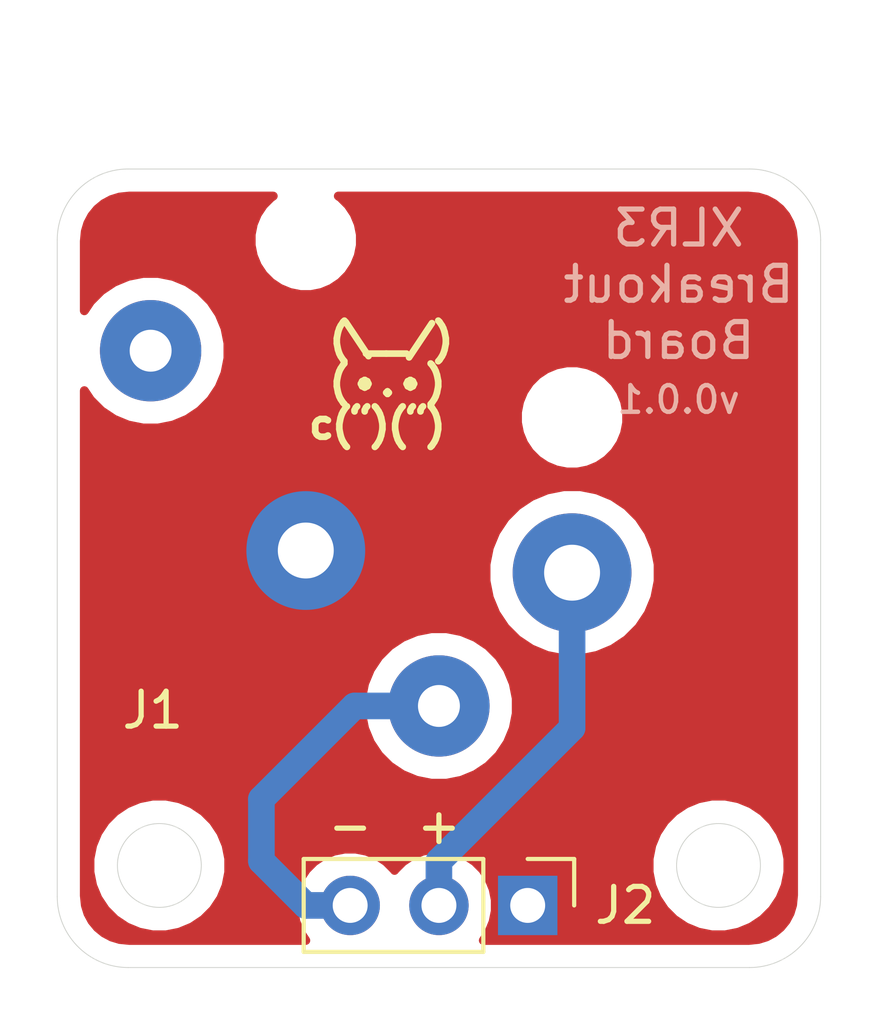
<source format=kicad_pcb>
(kicad_pcb (version 20171130) (host pcbnew "(5.1.12-1-10_14)")

  (general
    (thickness 1.6)
    (drawings 15)
    (tracks 8)
    (zones 0)
    (modules 2)
    (nets 4)
  )

  (page A4)
  (title_block
    (title "XLR Breakout Board")
    (date 2021-12-10)
    (rev 0.0.1)
    (company NH)
    (comment 2 https://creativecommons.org/licenses/by/4.0/)
    (comment 3 "License: CC BY 4.0")
    (comment 4 "Author: Hieu Minh Nguyen")
  )

  (layers
    (0 F.Cu signal)
    (31 B.Cu signal)
    (32 B.Adhes user)
    (33 F.Adhes user)
    (34 B.Paste user)
    (35 F.Paste user)
    (36 B.SilkS user)
    (37 F.SilkS user)
    (38 B.Mask user)
    (39 F.Mask user)
    (40 Dwgs.User user)
    (41 Cmts.User user)
    (42 Eco1.User user)
    (43 Eco2.User user)
    (44 Edge.Cuts user)
    (45 Margin user)
    (46 B.CrtYd user)
    (47 F.CrtYd user)
    (48 B.Fab user)
    (49 F.Fab user)
  )

  (setup
    (last_trace_width 0.1524)
    (user_trace_width 0.1524)
    (user_trace_width 0.254)
    (user_trace_width 0.508)
    (user_trace_width 0.762)
    (user_trace_width 1.27)
    (user_trace_width 2.54)
    (trace_clearance 0.1524)
    (zone_clearance 0.635)
    (zone_45_only no)
    (trace_min 0.1524)
    (via_size 0.508)
    (via_drill 0.254)
    (via_min_size 0.508)
    (via_min_drill 0.254)
    (user_via 0.508 0.254)
    (user_via 0.6858 0.3302)
    (uvia_size 0.508)
    (uvia_drill 0.254)
    (uvias_allowed no)
    (uvia_min_size 0.508)
    (uvia_min_drill 0.254)
    (edge_width 0.05)
    (segment_width 0.2)
    (pcb_text_width 0.3)
    (pcb_text_size 1.5 1.5)
    (mod_edge_width 0.12)
    (mod_text_size 1 1)
    (mod_text_width 0.15)
    (pad_size 1.524 1.524)
    (pad_drill 0.762)
    (pad_to_mask_clearance 0.0508)
    (aux_axis_origin 0 0)
    (visible_elements FFFFFF7F)
    (pcbplotparams
      (layerselection 0x010f0_ffffffff)
      (usegerberextensions true)
      (usegerberattributes true)
      (usegerberadvancedattributes true)
      (creategerberjobfile true)
      (excludeedgelayer true)
      (linewidth 0.100000)
      (plotframeref false)
      (viasonmask false)
      (mode 1)
      (useauxorigin false)
      (hpglpennumber 1)
      (hpglpenspeed 20)
      (hpglpendiameter 15.000000)
      (psnegative false)
      (psa4output false)
      (plotreference true)
      (plotvalue true)
      (plotinvisibletext false)
      (padsonsilk false)
      (subtractmaskfromsilk false)
      (outputformat 1)
      (mirror false)
      (drillshape 0)
      (scaleselection 1)
      (outputdirectory "gerbers/"))
  )

  (net 0 "")
  (net 1 "Net-(J1-Pad1)")
  (net 2 /XLR-)
  (net 3 /XLR+)

  (net_class Default "This is the default net class."
    (clearance 0.1524)
    (trace_width 0.1524)
    (via_dia 0.508)
    (via_drill 0.254)
    (uvia_dia 0.508)
    (uvia_drill 0.254)
    (diff_pair_width 0.1524)
    (diff_pair_gap 0.1524)
    (add_net /XLR+)
    (add_net /XLR-)
    (add_net "Net-(J1-Pad1)")
  )

  (module xlr_breakout_board:Jack_XLR_Amphenol_AC3FAHL-AU-PRE (layer F.Cu) (tedit 61B30392) (tstamp 61B35623)
    (at 0 -22.86)
    (descr "Includes an extra pad for compatibility with Neutrik NC3FAAH2-0 and related parts")
    (path /61B30B59)
    (fp_text reference J1 (at -9.144 17.272) (layer F.SilkS)
      (effects (font (size 1 1) (thickness 0.15)) (justify left))
    )
    (fp_text value XLR3_Amphenol_AC3FAHL (at 11.4 19.4 90) (layer F.Fab)
      (effects (font (size 1 1) (thickness 0.15)) (justify left))
    )
    (fp_line (start -9.9 -2.7) (end -9.9 0) (layer F.Fab) (width 0.12))
    (fp_line (start 9.9 -2.7) (end 9.9 0) (layer F.Fab) (width 0.12))
    (fp_line (start -9.9 -2.7) (end 9.9 -2.7) (layer F.Fab) (width 0.12))
    (fp_line (start -12.5 19.5) (end -12.5 0) (layer F.Fab) (width 0.12))
    (fp_line (start 12.5 19.5) (end -12.5 19.5) (layer F.Fab) (width 0.12))
    (fp_line (start 12.5 0) (end 12.5 19.5) (layer F.Fab) (width 0.12))
    (fp_line (start -12.5 0) (end 12.5 0) (layer F.Fab) (width 0.12))
    (fp_line (start -12.5 19.5) (end -12.5 -3) (layer F.CrtYd) (width 0.12))
    (fp_line (start -12.5 -3) (end 12.5 -3) (layer F.CrtYd) (width 0.12))
    (fp_line (start 12.5 -3) (end 12.5 19.5) (layer F.CrtYd) (width 0.12))
    (fp_line (start 12.5 19.5) (end -12.5 19.5) (layer F.CrtYd) (width 0.12))
    (fp_text user %R (at 0 7) (layer F.Fab)
      (effects (font (size 1 1) (thickness 0.15)))
    )
    (pad "" np_thru_hole circle (at 3.81 8.89) (size 1.6 1.6) (drill 1.6) (layers *.Cu *.Mask))
    (pad "" np_thru_hole circle (at -3.81 3.81) (size 1.6 1.6) (drill 1.6) (layers *.Cu *.Mask))
    (pad G thru_hole circle (at -8.25 6.98) (size 2.9 2.9) (drill 1.2) (layers *.Cu *.Mask))
    (pad 3 thru_hole circle (at 0 17.15) (size 2.9 2.9) (drill 1.2) (layers *.Cu *.Mask)
      (net 2 /XLR-))
    (pad 2 thru_hole circle (at 3.81 13.335) (size 3.4 3.4) (drill 1.6) (layers *.Cu *.Mask)
      (net 3 /XLR+))
    (pad 1 thru_hole circle (at -3.81 12.7) (size 3.4 3.4) (drill 1.6) (layers *.Cu *.Mask)
      (net 1 "Net-(J1-Pad1)"))
    (model ${KIPRJMOD}/docs/amphenol_AC3FAHL-AU-PRE.stp
      (offset (xyz 0 0 12.5))
      (scale (xyz 1 1 1))
      (rotate (xyz 180 0 180))
    )
  )

  (module Connector_PinHeader_2.54mm:PinHeader_1x03_P2.54mm_Vertical (layer F.Cu) (tedit 59FED5CC) (tstamp 61B34DE9)
    (at 2.54 0 270)
    (descr "Through hole straight pin header, 1x03, 2.54mm pitch, single row")
    (tags "Through hole pin header THT 1x03 2.54mm single row")
    (path /61B319D6)
    (fp_text reference J2 (at 0 -2.794) (layer F.SilkS)
      (effects (font (size 1 1) (thickness 0.15)))
    )
    (fp_text value Conn_01x03_Male (at 2.54 2.54) (layer F.Fab)
      (effects (font (size 1 1) (thickness 0.15)))
    )
    (fp_line (start -0.635 -1.27) (end 1.27 -1.27) (layer F.Fab) (width 0.1))
    (fp_line (start 1.27 -1.27) (end 1.27 6.35) (layer F.Fab) (width 0.1))
    (fp_line (start 1.27 6.35) (end -1.27 6.35) (layer F.Fab) (width 0.1))
    (fp_line (start -1.27 6.35) (end -1.27 -0.635) (layer F.Fab) (width 0.1))
    (fp_line (start -1.27 -0.635) (end -0.635 -1.27) (layer F.Fab) (width 0.1))
    (fp_line (start -1.33 6.41) (end 1.33 6.41) (layer F.SilkS) (width 0.12))
    (fp_line (start -1.33 1.27) (end -1.33 6.41) (layer F.SilkS) (width 0.12))
    (fp_line (start 1.33 1.27) (end 1.33 6.41) (layer F.SilkS) (width 0.12))
    (fp_line (start -1.33 1.27) (end 1.33 1.27) (layer F.SilkS) (width 0.12))
    (fp_line (start -1.33 0) (end -1.33 -1.33) (layer F.SilkS) (width 0.12))
    (fp_line (start -1.33 -1.33) (end 0 -1.33) (layer F.SilkS) (width 0.12))
    (fp_line (start -1.8 -1.8) (end -1.8 6.85) (layer F.CrtYd) (width 0.05))
    (fp_line (start -1.8 6.85) (end 1.8 6.85) (layer F.CrtYd) (width 0.05))
    (fp_line (start 1.8 6.85) (end 1.8 -1.8) (layer F.CrtYd) (width 0.05))
    (fp_line (start 1.8 -1.8) (end -1.8 -1.8) (layer F.CrtYd) (width 0.05))
    (fp_text user %R (at 0 2.54 180) (layer F.Fab)
      (effects (font (size 1 1) (thickness 0.15)))
    )
    (pad 3 thru_hole oval (at 0 5.08 270) (size 1.7 1.7) (drill 1) (layers *.Cu *.Mask)
      (net 2 /XLR-))
    (pad 2 thru_hole oval (at 0 2.54 270) (size 1.7 1.7) (drill 1) (layers *.Cu *.Mask)
      (net 3 /XLR+))
    (pad 1 thru_hole rect (at 0 0 270) (size 1.7 1.7) (drill 1) (layers *.Cu *.Mask)
      (net 1 "Net-(J1-Pad1)"))
    (model ${KISYS3DMOD}/Connector_PinHeader_2.54mm.3dshapes/PinHeader_1x03_P2.54mm_Vertical.wrl
      (at (xyz 0 0 0))
      (scale (xyz 1 1 1))
      (rotate (xyz 0 0 0))
    )
  )

  (gr_text " (\\__/)\n (•.•)  \nc(“)(“) " (at -3.81 -14.986) (layer F.SilkS)
    (effects (font (size 0.762 0.762) (thickness 0.1905)) (justify left))
  )
  (gr_text - (at -2.54 -2.286) (layer F.SilkS)
    (effects (font (size 1 1) (thickness 0.15)))
  )
  (gr_text + (at 0 -2.286) (layer F.SilkS)
    (effects (font (size 1 1) (thickness 0.15)))
  )
  (gr_text v0.0.1 (at 6.858 -14.478) (layer B.SilkS)
    (effects (font (size 0.762 0.762) (thickness 0.127)) (justify mirror))
  )
  (gr_text "XLR3\nBreakout\nBoard" (at 6.858 -17.78) (layer B.SilkS)
    (effects (font (size 1 1) (thickness 0.15)) (justify mirror))
  )
  (gr_circle (center -8 -1.144) (end -6.8 -1.144) (layer Edge.Cuts) (width 0.0254) (tstamp 61B35CA0))
  (gr_circle (center 8 -1.144) (end 9.2 -1.144) (layer Edge.Cuts) (width 0.0254))
  (gr_arc (start -8.89 -0.254) (end -10.922 -0.254) (angle -90) (layer Edge.Cuts) (width 0.0254))
  (gr_arc (start -8.89 -19.05) (end -8.89 -21.082) (angle -90) (layer Edge.Cuts) (width 0.0254))
  (gr_arc (start 8.89 -19.05) (end 10.922 -19.05) (angle -90) (layer Edge.Cuts) (width 0.0254))
  (gr_arc (start 8.89 -0.254) (end 8.89 1.778) (angle -90) (layer Edge.Cuts) (width 0.0254))
  (gr_line (start 10.922 -19.05) (end 10.922 -0.254) (layer Edge.Cuts) (width 0.0254))
  (gr_line (start -8.89 -21.082) (end 8.89 -21.082) (layer Edge.Cuts) (width 0.0254))
  (gr_line (start -10.922 -0.254) (end -10.922 -19.05) (layer Edge.Cuts) (width 0.0254))
  (gr_line (start -8.89 1.778) (end 8.89 1.778) (layer Edge.Cuts) (width 0.0254))

  (segment (start -5.08 -3.048) (end -2.418 -5.71) (width 0.762) (layer B.Cu) (net 2))
  (segment (start -2.418 -5.71) (end 0 -5.71) (width 0.762) (layer B.Cu) (net 2))
  (segment (start -5.08 -1.27) (end -5.08 -3.048) (width 0.762) (layer B.Cu) (net 2))
  (segment (start -3.81 0) (end -5.08 -1.27) (width 0.762) (layer B.Cu) (net 2))
  (segment (start -2.54 0) (end -3.81 0) (width 0.762) (layer B.Cu) (net 2))
  (segment (start 0 -1.27) (end 3.81 -5.08) (width 0.762) (layer B.Cu) (net 3))
  (segment (start 3.81 -5.08) (end 3.81 -9.525) (width 0.762) (layer B.Cu) (net 3))
  (segment (start 0 0) (end 0 -1.27) (width 0.762) (layer B.Cu) (net 3))

  (zone (net 1) (net_name "Net-(J1-Pad1)") (layer F.Cu) (tstamp 61B36385) (hatch edge 0.508)
    (connect_pads yes (clearance 0.635))
    (min_thickness 0.254)
    (fill yes (arc_segments 32) (thermal_gap 0.635) (thermal_bridge_width 0.635))
    (polygon
      (pts
        (xy 11.684 2.286) (xy -11.43 2.286) (xy -11.43 -21.59) (xy 11.684 -21.59)
      )
    )
    (filled_polygon
      (pts
        (xy -4.805717 -20.263285) (xy -5.023285 -20.045717) (xy -5.194227 -19.789885) (xy -5.311973 -19.505619) (xy -5.372 -19.203844)
        (xy -5.372 -18.896156) (xy -5.311973 -18.594381) (xy -5.194227 -18.310115) (xy -5.023285 -18.054283) (xy -4.805717 -17.836715)
        (xy -4.549885 -17.665773) (xy -4.265619 -17.548027) (xy -3.963844 -17.488) (xy -3.656156 -17.488) (xy -3.354381 -17.548027)
        (xy -3.070115 -17.665773) (xy -2.814283 -17.836715) (xy -2.596715 -18.054283) (xy -2.425773 -18.310115) (xy -2.308027 -18.594381)
        (xy -2.248 -18.896156) (xy -2.248 -19.203844) (xy -2.308027 -19.505619) (xy -2.425773 -19.789885) (xy -2.596715 -20.045717)
        (xy -2.814283 -20.263285) (xy -2.880156 -20.3073) (xy 8.852108 -20.3073) (xy 9.133489 -20.27971) (xy 9.367707 -20.208996)
        (xy 9.583721 -20.094139) (xy 9.773322 -19.939505) (xy 9.929269 -19.750995) (xy 10.045634 -19.535784) (xy 10.117981 -19.302068)
        (xy 10.1473 -19.023113) (xy 10.147301 -0.291903) (xy 10.11971 -0.01051) (xy 10.048997 0.223703) (xy 9.934137 0.439725)
        (xy 9.779507 0.629319) (xy 9.590997 0.785268) (xy 9.375783 0.901635) (xy 9.142069 0.973981) (xy 8.863113 1.0033)
        (xy 1.268352 1.0033) (xy 1.428536 0.763568) (xy 1.550052 0.470203) (xy 1.612 0.158768) (xy 1.612 -0.158768)
        (xy 1.550052 -0.470203) (xy 1.428536 -0.763568) (xy 1.252122 -1.02759) (xy 1.02759 -1.252122) (xy 0.896798 -1.339515)
        (xy 6.014905 -1.339515) (xy 6.014905 -0.948485) (xy 6.091191 -0.564969) (xy 6.240832 -0.203705) (xy 6.458076 0.121424)
        (xy 6.734576 0.397924) (xy 7.059705 0.615168) (xy 7.420969 0.764809) (xy 7.804485 0.841095) (xy 8.195515 0.841095)
        (xy 8.579031 0.764809) (xy 8.940295 0.615168) (xy 9.265424 0.397924) (xy 9.541924 0.121424) (xy 9.759168 -0.203705)
        (xy 9.908809 -0.564969) (xy 9.985095 -0.948485) (xy 9.985095 -1.339515) (xy 9.908809 -1.723031) (xy 9.759168 -2.084295)
        (xy 9.541924 -2.409424) (xy 9.265424 -2.685924) (xy 8.940295 -2.903168) (xy 8.579031 -3.052809) (xy 8.195515 -3.129095)
        (xy 7.804485 -3.129095) (xy 7.420969 -3.052809) (xy 7.059705 -2.903168) (xy 6.734576 -2.685924) (xy 6.458076 -2.409424)
        (xy 6.240832 -2.084295) (xy 6.091191 -1.723031) (xy 6.014905 -1.339515) (xy 0.896798 -1.339515) (xy 0.763568 -1.428536)
        (xy 0.470203 -1.550052) (xy 0.158768 -1.612) (xy -0.158768 -1.612) (xy -0.470203 -1.550052) (xy -0.763568 -1.428536)
        (xy -1.02759 -1.252122) (xy -1.252122 -1.02759) (xy -1.27 -1.000834) (xy -1.287878 -1.02759) (xy -1.51241 -1.252122)
        (xy -1.776432 -1.428536) (xy -2.069797 -1.550052) (xy -2.381232 -1.612) (xy -2.698768 -1.612) (xy -3.010203 -1.550052)
        (xy -3.303568 -1.428536) (xy -3.56759 -1.252122) (xy -3.792122 -1.02759) (xy -3.968536 -0.763568) (xy -4.090052 -0.470203)
        (xy -4.152 -0.158768) (xy -4.152 0.158768) (xy -4.090052 0.470203) (xy -3.968536 0.763568) (xy -3.808352 1.0033)
        (xy -8.852107 1.0033) (xy -9.13349 0.97571) (xy -9.367703 0.904997) (xy -9.583725 0.790137) (xy -9.773319 0.635507)
        (xy -9.929268 0.446997) (xy -10.045635 0.231783) (xy -10.117981 -0.001931) (xy -10.1473 -0.280887) (xy -10.1473 -1.339515)
        (xy -9.985095 -1.339515) (xy -9.985095 -0.948485) (xy -9.908809 -0.564969) (xy -9.759168 -0.203705) (xy -9.541924 0.121424)
        (xy -9.265424 0.397924) (xy -8.940295 0.615168) (xy -8.579031 0.764809) (xy -8.195515 0.841095) (xy -7.804485 0.841095)
        (xy -7.420969 0.764809) (xy -7.059705 0.615168) (xy -6.734576 0.397924) (xy -6.458076 0.121424) (xy -6.240832 -0.203705)
        (xy -6.091191 -0.564969) (xy -6.014905 -0.948485) (xy -6.014905 -1.339515) (xy -6.091191 -1.723031) (xy -6.240832 -2.084295)
        (xy -6.458076 -2.409424) (xy -6.734576 -2.685924) (xy -7.059705 -2.903168) (xy -7.420969 -3.052809) (xy -7.804485 -3.129095)
        (xy -8.195515 -3.129095) (xy -8.579031 -3.052809) (xy -8.940295 -2.903168) (xy -9.265424 -2.685924) (xy -9.541924 -2.409424)
        (xy -9.759168 -2.084295) (xy -9.908809 -1.723031) (xy -9.985095 -1.339515) (xy -10.1473 -1.339515) (xy -10.1473 -5.927863)
        (xy -2.212 -5.927863) (xy -2.212 -5.492137) (xy -2.126994 -5.064783) (xy -1.960249 -4.662225) (xy -1.718173 -4.299932)
        (xy -1.410068 -3.991827) (xy -1.047775 -3.749751) (xy -0.645217 -3.583006) (xy -0.217863 -3.498) (xy 0.217863 -3.498)
        (xy 0.645217 -3.583006) (xy 1.047775 -3.749751) (xy 1.410068 -3.991827) (xy 1.718173 -4.299932) (xy 1.960249 -4.662225)
        (xy 2.126994 -5.064783) (xy 2.212 -5.492137) (xy 2.212 -5.927863) (xy 2.126994 -6.355217) (xy 1.960249 -6.757775)
        (xy 1.718173 -7.120068) (xy 1.410068 -7.428173) (xy 1.047775 -7.670249) (xy 0.645217 -7.836994) (xy 0.217863 -7.922)
        (xy -0.217863 -7.922) (xy -0.645217 -7.836994) (xy -1.047775 -7.670249) (xy -1.410068 -7.428173) (xy -1.718173 -7.120068)
        (xy -1.960249 -6.757775) (xy -2.126994 -6.355217) (xy -2.212 -5.927863) (xy -10.1473 -5.927863) (xy -10.1473 -9.767486)
        (xy 1.348 -9.767486) (xy 1.348 -9.282514) (xy 1.442613 -8.806861) (xy 1.628204 -8.358805) (xy 1.897639 -7.955566)
        (xy 2.240566 -7.612639) (xy 2.643805 -7.343204) (xy 3.091861 -7.157613) (xy 3.567514 -7.063) (xy 4.052486 -7.063)
        (xy 4.528139 -7.157613) (xy 4.976195 -7.343204) (xy 5.379434 -7.612639) (xy 5.722361 -7.955566) (xy 5.991796 -8.358805)
        (xy 6.177387 -8.806861) (xy 6.272 -9.282514) (xy 6.272 -9.767486) (xy 6.177387 -10.243139) (xy 5.991796 -10.691195)
        (xy 5.722361 -11.094434) (xy 5.379434 -11.437361) (xy 4.976195 -11.706796) (xy 4.528139 -11.892387) (xy 4.052486 -11.987)
        (xy 3.567514 -11.987) (xy 3.091861 -11.892387) (xy 2.643805 -11.706796) (xy 2.240566 -11.437361) (xy 1.897639 -11.094434)
        (xy 1.628204 -10.691195) (xy 1.442613 -10.243139) (xy 1.348 -9.767486) (xy -10.1473 -9.767486) (xy -10.1473 -14.738015)
        (xy -9.968173 -14.469932) (xy -9.660068 -14.161827) (xy -9.297775 -13.919751) (xy -8.895217 -13.753006) (xy -8.467863 -13.668)
        (xy -8.032137 -13.668) (xy -7.604783 -13.753006) (xy -7.202225 -13.919751) (xy -6.896778 -14.123844) (xy 2.248 -14.123844)
        (xy 2.248 -13.816156) (xy 2.308027 -13.514381) (xy 2.425773 -13.230115) (xy 2.596715 -12.974283) (xy 2.814283 -12.756715)
        (xy 3.070115 -12.585773) (xy 3.354381 -12.468027) (xy 3.656156 -12.408) (xy 3.963844 -12.408) (xy 4.265619 -12.468027)
        (xy 4.549885 -12.585773) (xy 4.805717 -12.756715) (xy 5.023285 -12.974283) (xy 5.194227 -13.230115) (xy 5.311973 -13.514381)
        (xy 5.372 -13.816156) (xy 5.372 -14.123844) (xy 5.311973 -14.425619) (xy 5.194227 -14.709885) (xy 5.023285 -14.965717)
        (xy 4.805717 -15.183285) (xy 4.549885 -15.354227) (xy 4.265619 -15.471973) (xy 3.963844 -15.532) (xy 3.656156 -15.532)
        (xy 3.354381 -15.471973) (xy 3.070115 -15.354227) (xy 2.814283 -15.183285) (xy 2.596715 -14.965717) (xy 2.425773 -14.709885)
        (xy 2.308027 -14.425619) (xy 2.248 -14.123844) (xy -6.896778 -14.123844) (xy -6.839932 -14.161827) (xy -6.531827 -14.469932)
        (xy -6.289751 -14.832225) (xy -6.123006 -15.234783) (xy -6.038 -15.662137) (xy -6.038 -16.097863) (xy -6.123006 -16.525217)
        (xy -6.289751 -16.927775) (xy -6.531827 -17.290068) (xy -6.839932 -17.598173) (xy -7.202225 -17.840249) (xy -7.604783 -18.006994)
        (xy -8.032137 -18.092) (xy -8.467863 -18.092) (xy -8.895217 -18.006994) (xy -9.297775 -17.840249) (xy -9.660068 -17.598173)
        (xy -9.968173 -17.290068) (xy -10.1473 -17.021985) (xy -10.1473 -19.012108) (xy -10.11971 -19.293489) (xy -10.048996 -19.527707)
        (xy -9.934139 -19.743721) (xy -9.779505 -19.933322) (xy -9.590995 -20.089269) (xy -9.375784 -20.205634) (xy -9.142068 -20.277981)
        (xy -8.863113 -20.3073) (xy -4.739844 -20.3073)
      )
    )
  )
)

</source>
